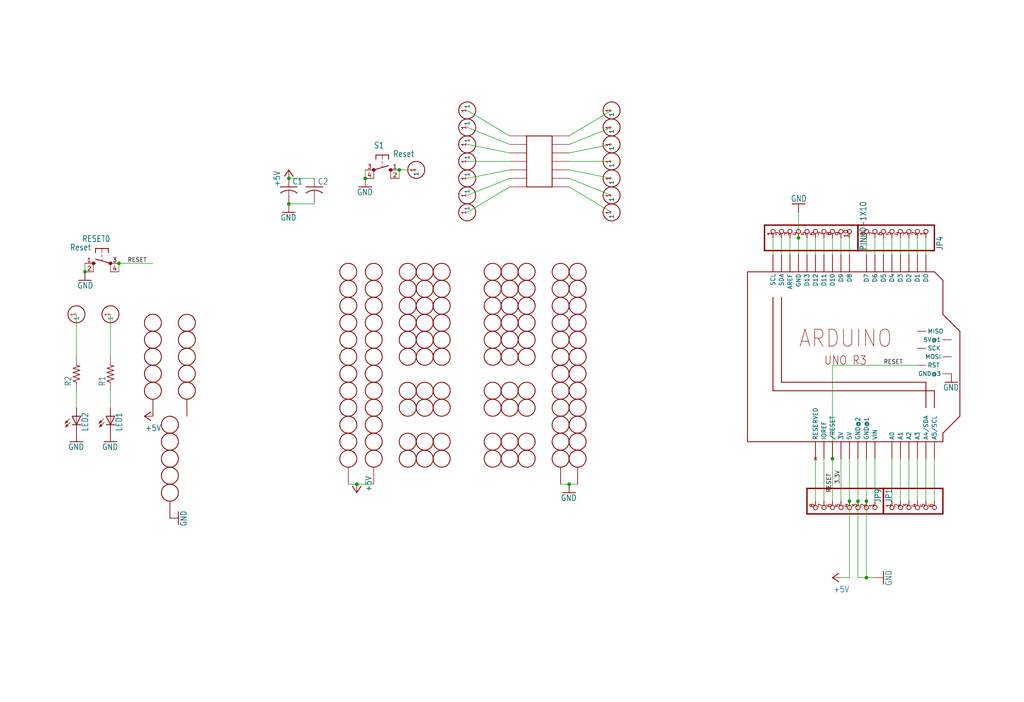
<source format=kicad_sch>
(kicad_sch (version 20230121) (generator eeschema)
  (paper "User" 306.222 210.007)
  (lib_symbols
    (symbol "working-eagle-import:+5V" (power)
      (property "Value" "+5V" (at -2.54 -5.08 90))
      (symbol "+5V_1_0"
        (polyline (pts (xy 0 0) (xy -1.27 -1.905)) (stroke (width 0.254)))
        (polyline (pts (xy 1.27 -1.905) (xy 0 0)) (stroke (width 0.254)))
        (pin power_in line (at 0 -2.54 90) (length 2.54) (name "+5V") (number "1"))
      )
    )
    (symbol "working-eagle-import:10-XX"
      (property "Reference" "S" (at -6.35 -2.54 90))
      (symbol "10-XX_1_0"
        (circle (center 0 -2.54) (radius 0.127) (stroke (width 0.4064)))
        (polyline (pts (xy -4.445 -1.905) (xy -3.175 -1.905)) (stroke (width 0.254)))
        (polyline (pts (xy -4.445 0) (xy -4.445 -1.905)) (stroke (width 0.254)))
        (polyline (pts (xy -4.445 0) (xy -3.175 0)) (stroke (width 0.1524)))
        (polyline (pts (xy -4.445 1.905) (xy -4.445 0)) (stroke (width 0.254)))
        (polyline (pts (xy -4.445 1.905) (xy -3.175 1.905)) (stroke (width 0.254)))
        (polyline (pts (xy -2.54 0) (xy -1.905 0)) (stroke (width 0.1524)))
        (polyline (pts (xy -1.27 0) (xy -0.635 0)) (stroke (width 0.1524)))
        (polyline (pts (xy 0 -2.54) (xy -1.27 1.905)) (stroke (width 0.254)))
        (polyline (pts (xy 0 1.905) (xy 0 2.54)) (stroke (width 0.254)))
        (polyline (pts (xy 2.54 -2.54) (xy 0 -2.54)) (stroke (width 0.1524)))
        (polyline (pts (xy 2.54 2.54) (xy 0 2.54)) (stroke (width 0.1524)))
        (circle (center 0 2.54) (radius 0.127) (stroke (width 0.4064)))
        (pin passive line (at 0 5.08 270) (length 2.54) (name "S") (number "1"))
        (pin passive line (at 2.54 5.08 270) (length 2.54) (name "S1") (number "2"))
        (pin passive line (at 0 -5.08 90) (length 2.54) (name "P") (number "3"))
        (pin passive line (at 2.54 -5.08 90) (length 2.54) (name "P1") (number "4"))
      )
    )
    (symbol "working-eagle-import:12-STRIP"
      (symbol "12-STRIP_1_0"
        (circle (center -25.4 0) (radius 2.54) (stroke (width 0.254)))
        (circle (center -20.32 0) (radius 2.54) (stroke (width 0.254)))
        (circle (center -15.24 0) (radius 2.54) (stroke (width 0.254)))
        (circle (center -10.16 0) (radius 2.54) (stroke (width 0.254)))
        (circle (center -5.08 0) (radius 2.54) (stroke (width 0.254)))
        (circle (center 0 0) (radius 2.54) (stroke (width 0.254)))
        (circle (center 5.08 0) (radius 2.54) (stroke (width 0.254)))
        (circle (center 10.16 0) (radius 2.54) (stroke (width 0.254)))
        (circle (center 15.24 0) (radius 2.54) (stroke (width 0.254)))
        (circle (center 20.32 0) (radius 2.54) (stroke (width 0.254)))
        (circle (center 25.4 0) (radius 2.54) (stroke (width 0.254)))
        (circle (center 30.48 0) (radius 2.54) (stroke (width 0.254)))
        (pin bidirectional line (at -33.02 0 0) (length 5.08) (name "P$1") (number "P$1"))
      )
    )
    (symbol "working-eagle-import:3-STRIP"
      (symbol "3-STRIP_1_0"
        (circle (center -5.08 0) (radius 2.54) (stroke (width 0.254)))
        (circle (center 0 0) (radius 2.54) (stroke (width 0.254)))
        (circle (center 5.08 0) (radius 2.54) (stroke (width 0.254)))
      )
    )
    (symbol "working-eagle-import:5-STRIP"
      (symbol "5-STRIP_1_0"
        (circle (center 0 0) (radius 2.54) (stroke (width 0.254)))
        (circle (center 5.08 0) (radius 2.54) (stroke (width 0.254)))
        (circle (center 10.16 0) (radius 2.54) (stroke (width 0.254)))
        (circle (center 15.24 0) (radius 2.54) (stroke (width 0.254)))
        (circle (center 20.32 0) (radius 2.54) (stroke (width 0.254)))
        (pin bidirectional line (at -7.62 0 0) (length 5.08) (name "P$1") (number "P$3"))
      )
    )
    (symbol "working-eagle-import:ARDUINO_R3_ICSP"
      (symbol "ARDUINO_R3_ICSP_1_0"
        (polyline (pts (xy 0 0) (xy 58.42 0)) (stroke (width 0.254)))
        (polyline (pts (xy 0 50.8) (xy 0 0)) (stroke (width 0.254)))
        (polyline (pts (xy 7.62 15.24) (xy 55.88 15.24)) (stroke (width 0.254)))
        (polyline (pts (xy 7.62 43.18) (xy 7.62 15.24)) (stroke (width 0.254)))
        (polyline (pts (xy 10.16 17.78) (xy 53.34 17.78)) (stroke (width 0.254)))
        (polyline (pts (xy 10.16 43.18) (xy 10.16 17.78)) (stroke (width 0.254)))
        (polyline (pts (xy 53.34 17.78) (xy 53.34 10.16)) (stroke (width 0.254)))
        (polyline (pts (xy 55.88 15.24) (xy 55.88 10.16)) (stroke (width 0.254)))
        (polyline (pts (xy 55.88 50.8) (xy 0 50.8)) (stroke (width 0.254)))
        (polyline (pts (xy 58.42 0) (xy 58.42 2.54)) (stroke (width 0.254)))
        (polyline (pts (xy 58.42 2.54) (xy 63.5 7.62)) (stroke (width 0.254)))
        (polyline (pts (xy 58.42 38.1) (xy 58.42 48.26)) (stroke (width 0.254)))
        (polyline (pts (xy 58.42 48.26) (xy 55.88 50.8)) (stroke (width 0.254)))
        (polyline (pts (xy 63.5 7.62) (xy 63.5 33.02)) (stroke (width 0.254)))
        (polyline (pts (xy 63.5 33.02) (xy 58.42 38.1)) (stroke (width 0.254)))
        (text "ARDUINO" (at 15.24 27.94 0) (effects (font (size 5.08 4.318)) (justify left bottom)))
        (text "UNO R3" (at 22.86 22.86 0) (effects (font (size 2.54 2.159)) (justify left bottom)))
        (pin power_in line (at 27.94 -5.08 90) (length 5.08) (name "3V") (number "3V"))
        (pin power_in line (at 30.48 -5.08 90) (length 5.08) (name "5V") (number "5V"))
        (pin passive line (at 60.96 30.48 180) (length 2.54) (name "5V@1") (number "5V_ICSP"))
        (pin bidirectional line (at 43.18 -5.08 90) (length 5.08) (name "A0") (number "A0"))
        (pin bidirectional line (at 45.72 -5.08 90) (length 5.08) (name "A1") (number "A1"))
        (pin bidirectional line (at 48.26 -5.08 90) (length 5.08) (name "A2") (number "A2"))
        (pin bidirectional line (at 50.8 -5.08 90) (length 5.08) (name "A3") (number "A3"))
        (pin bidirectional line (at 53.34 -5.08 90) (length 5.08) (name "A4/SDA") (number "A4"))
        (pin bidirectional line (at 55.88 -5.08 90) (length 5.08) (name "A5/SCL") (number "A5"))
        (pin bidirectional line (at 12.7 55.88 270) (length 5.08) (name "AREF") (number "AREF"))
        (pin bidirectional line (at 53.34 55.88 270) (length 5.08) (name "D0") (number "D0"))
        (pin bidirectional line (at 50.8 55.88 270) (length 5.08) (name "D1") (number "D1"))
        (pin bidirectional line (at 25.4 55.88 270) (length 5.08) (name "D10") (number "D10"))
        (pin bidirectional line (at 22.86 55.88 270) (length 5.08) (name "D11") (number "D11"))
        (pin bidirectional line (at 20.32 55.88 270) (length 5.08) (name "D12") (number "D12"))
        (pin bidirectional line (at 17.78 55.88 270) (length 5.08) (name "D13") (number "D13"))
        (pin bidirectional line (at 48.26 55.88 270) (length 5.08) (name "D2") (number "D2"))
        (pin bidirectional line (at 45.72 55.88 270) (length 5.08) (name "D3") (number "D3"))
        (pin bidirectional line (at 43.18 55.88 270) (length 5.08) (name "D4") (number "D4"))
        (pin bidirectional line (at 40.64 55.88 270) (length 5.08) (name "D5") (number "D5"))
        (pin bidirectional line (at 38.1 55.88 270) (length 5.08) (name "D6") (number "D6"))
        (pin bidirectional line (at 35.56 55.88 270) (length 5.08) (name "D7") (number "D7"))
        (pin bidirectional line (at 30.48 55.88 270) (length 5.08) (name "D8") (number "D8"))
        (pin bidirectional line (at 27.94 55.88 270) (length 5.08) (name "D9") (number "D9"))
        (pin power_in line (at 15.24 55.88 270) (length 5.08) (name "GND") (number "GND"))
        (pin power_in line (at 33.02 -5.08 90) (length 5.08) (name "GND@2") (number "GND@1"))
        (pin passive line (at 60.96 20.32 180) (length 2.54) (name "GND@3") (number "GND@2"))
        (pin power_in line (at 35.56 -5.08 90) (length 5.08) (name "GND@1") (number "GND@3"))
        (pin output line (at 22.86 -5.08 90) (length 5.08) (name "IOREF") (number "IOREF"))
        (pin passive line (at 50.8 33.02 0) (length 2.54) (name "MISO") (number "MISO"))
        (pin passive line (at 60.96 25.4 180) (length 2.54) (name "MOSI") (number "MOSI"))
        (pin no_connect line (at 20.32 -5.08 90) (length 5.08) (name "RESERVED") (number "RESERVED"))
        (pin bidirectional line (at 25.4 -5.08 90) (length 5.08) (name "/RESET") (number "RESET"))
        (pin passive line (at 50.8 22.86 0) (length 2.54) (name "RST") (number "RESET_ICSP"))
        (pin passive line (at 50.8 27.94 0) (length 2.54) (name "SCK") (number "SCK"))
        (pin bidirectional line (at 7.62 55.88 270) (length 5.08) (name "SCL") (number "SCL"))
        (pin bidirectional line (at 10.16 55.88 270) (length 5.08) (name "SDA") (number "SDA"))
        (pin power_in line (at 38.1 -5.08 90) (length 5.08) (name "VIN") (number "VIN"))
      )
    )
    (symbol "working-eagle-import:C-US025-025X050"
      (property "Reference" "C" (at 1.016 0.635 0))
      (symbol "C-US025-025X050_1_0"
        (arc (start 0 -1.0161) (mid -1.302 -1.2303) (end -2.4668 -1.8504) (stroke (width 0.254)))
        (polyline (pts (xy -2.54 0) (xy 2.54 0)) (stroke (width 0.254)))
        (polyline (pts (xy 0 -1.016) (xy 0 -2.54)) (stroke (width 0.1524)))
        (arc (start 2.4892 -1.8541) (mid 1.3158 -1.2194) (end 0 -1) (stroke (width 0.254)))
        (pin passive line (at 0 2.54 270) (length 2.54) (name "1") (number "1"))
        (pin passive line (at 0 -5.08 90) (length 2.54) (name "2") (number "2"))
      )
    )
    (symbol "working-eagle-import:GND" (power)
      (property "Value" "GND" (at -2.54 -2.54 0))
      (symbol "GND_1_0"
        (polyline (pts (xy -1.905 0) (xy 1.905 0)) (stroke (width 0.254)))
        (pin power_in line (at 0 2.54 270) (length 2.54) (name "GND") (number "1"))
      )
    )
    (symbol "working-eagle-import:LED3MM"
      (property "Reference" "LED" (at 3.556 -4.572 90))
      (symbol "LED3MM_1_0"
        (polyline (pts (xy -2.032 -0.762) (xy -3.429 -2.159)) (stroke (width 0.1524)))
        (polyline (pts (xy -1.905 -1.905) (xy -3.302 -3.302)) (stroke (width 0.1524)))
        (polyline (pts (xy 0 -2.54) (xy -1.27 -2.54)) (stroke (width 0.254)))
        (polyline (pts (xy 0 -2.54) (xy -1.27 0)) (stroke (width 0.254)))
        (polyline (pts (xy 0 0) (xy -1.27 0)) (stroke (width 0.254)))
        (polyline (pts (xy 0 0) (xy 0 -2.54)) (stroke (width 0.1524)))
        (polyline (pts (xy 1.27 -2.54) (xy 0 -2.54)) (stroke (width 0.254)))
        (polyline (pts (xy 1.27 0) (xy 0 -2.54)) (stroke (width 0.254)))
        (polyline (pts (xy 1.27 0) (xy 0 0)) (stroke (width 0.254)))
        (polyline (pts (xy -3.429 -2.159) (xy -3.048 -1.27) (xy -2.54 -1.778)) (stroke (width 0.1524)) (fill (type outline)))
        (polyline (pts (xy -3.302 -3.302) (xy -2.921 -2.413) (xy -2.413 -2.921)) (stroke (width 0.1524)) (fill (type outline)))
        (pin passive line (at 0 2.54 270) (length 2.54) (name "A") (number "A"))
        (pin passive line (at 0 -5.08 90) (length 2.54) (name "C") (number "K"))
      )
    )
    (symbol "working-eagle-import:PERFHOLE"
      (symbol "PERFHOLE_1_0"
        (circle (center 0 0) (radius 2.54) (stroke (width 0.254)))
        (pin bidirectional line (at 0 0 0) (length 0) (name "1") (number "1"))
      )
    )
    (symbol "working-eagle-import:PINHD-1X10"
      (symbol "PINHD-1X10_1_0"
        (polyline (pts (xy -6.35 -15.24) (xy 1.27 -15.24)) (stroke (width 0.4064)))
        (polyline (pts (xy -6.35 12.7) (xy -6.35 -15.24)) (stroke (width 0.4064)))
        (polyline (pts (xy 1.27 -15.24) (xy 1.27 12.7)) (stroke (width 0.4064)))
        (polyline (pts (xy 1.27 12.7) (xy -6.35 12.7)) (stroke (width 0.4064)))
        (pin passive inverted (at -2.54 10.16 0) (length 2.54) (name "1") (number "1"))
        (pin passive inverted (at -2.54 -12.7 0) (length 2.54) (name "10") (number "10"))
        (pin passive inverted (at -2.54 7.62 0) (length 2.54) (name "2") (number "2"))
        (pin passive inverted (at -2.54 5.08 0) (length 2.54) (name "3") (number "3"))
        (pin passive inverted (at -2.54 2.54 0) (length 2.54) (name "4") (number "4"))
        (pin passive inverted (at -2.54 0 0) (length 2.54) (name "5") (number "5"))
        (pin passive inverted (at -2.54 -2.54 0) (length 2.54) (name "6") (number "6"))
        (pin passive inverted (at -2.54 -5.08 0) (length 2.54) (name "7") (number "7"))
        (pin passive inverted (at -2.54 -7.62 0) (length 2.54) (name "8") (number "8"))
        (pin passive inverted (at -2.54 -10.16 0) (length 2.54) (name "9") (number "9"))
      )
    )
    (symbol "working-eagle-import:PINHD-1X6B"
      (property "Reference" "JP" (at -6.35 10.795 0))
      (symbol "PINHD-1X6B_1_0"
        (polyline (pts (xy -6.35 -7.62) (xy 1.27 -7.62)) (stroke (width 0.4064)))
        (polyline (pts (xy -6.35 10.16) (xy -6.35 -7.62)) (stroke (width 0.4064)))
        (polyline (pts (xy 1.27 -7.62) (xy 1.27 10.16)) (stroke (width 0.4064)))
        (polyline (pts (xy 1.27 10.16) (xy -6.35 10.16)) (stroke (width 0.4064)))
        (pin passive inverted (at -2.54 7.62 0) (length 2.54) (name "1") (number "1"))
        (pin passive inverted (at -2.54 5.08 0) (length 2.54) (name "2") (number "2"))
        (pin passive inverted (at -2.54 2.54 0) (length 2.54) (name "3") (number "3"))
        (pin passive inverted (at -2.54 0 0) (length 2.54) (name "4") (number "4"))
        (pin passive inverted (at -2.54 -2.54 0) (length 2.54) (name "5") (number "5"))
        (pin passive inverted (at -2.54 -5.08 0) (length 2.54) (name "6") (number "6"))
      )
    )
    (symbol "working-eagle-import:PINHD-1X8BIG"
      (property "Reference" "JP" (at -6.35 10.795 0))
      (symbol "PINHD-1X8BIG_1_0"
        (polyline (pts (xy -6.35 -12.7) (xy 1.27 -12.7)) (stroke (width 0.4064)))
        (polyline (pts (xy -6.35 10.16) (xy -6.35 -12.7)) (stroke (width 0.4064)))
        (polyline (pts (xy 1.27 -12.7) (xy 1.27 10.16)) (stroke (width 0.4064)))
        (polyline (pts (xy 1.27 10.16) (xy -6.35 10.16)) (stroke (width 0.4064)))
        (pin passive inverted (at -2.54 7.62 0) (length 2.54) (name "1") (number "1"))
        (pin passive inverted (at -2.54 5.08 0) (length 2.54) (name "2") (number "2"))
        (pin passive inverted (at -2.54 2.54 0) (length 2.54) (name "3") (number "3"))
        (pin passive inverted (at -2.54 0 0) (length 2.54) (name "4") (number "4"))
        (pin passive inverted (at -2.54 -2.54 0) (length 2.54) (name "5") (number "5"))
        (pin passive inverted (at -2.54 -5.08 0) (length 2.54) (name "6") (number "6"))
        (pin passive inverted (at -2.54 -7.62 0) (length 2.54) (name "7") (number "7"))
        (pin passive inverted (at -2.54 -10.16 0) (length 2.54) (name "8") (number "8"))
      )
    )
    (symbol "working-eagle-import:R-US_0207/5V"
      (property "Reference" "R" (at -3.81 1.4986 0))
      (symbol "R-US_0207/5V_1_0"
        (polyline (pts (xy -2.54 0) (xy -2.159 1.016)) (stroke (width 0.2032)))
        (polyline (pts (xy -2.159 1.016) (xy -1.524 -1.016)) (stroke (width 0.2032)))
        (polyline (pts (xy -1.524 -1.016) (xy -0.889 1.016)) (stroke (width 0.2032)))
        (polyline (pts (xy -0.889 1.016) (xy -0.254 -1.016)) (stroke (width 0.2032)))
        (polyline (pts (xy -0.254 -1.016) (xy 0.381 1.016)) (stroke (width 0.2032)))
        (polyline (pts (xy 0.381 1.016) (xy 1.016 -1.016)) (stroke (width 0.2032)))
        (polyline (pts (xy 1.016 -1.016) (xy 1.651 1.016)) (stroke (width 0.2032)))
        (polyline (pts (xy 1.651 1.016) (xy 2.286 -1.016)) (stroke (width 0.2032)))
        (polyline (pts (xy 2.286 -1.016) (xy 2.54 0)) (stroke (width 0.2032)))
        (pin passive line (at -5.08 0 0) (length 2.54) (name "1") (number "1"))
        (pin passive line (at 5.08 0 180) (length 2.54) (name "2") (number "2"))
      )
    )
    (symbol "working-eagle-import:SMD-14"
      (symbol "SMD-14_1_0"
        (polyline (pts (xy -2.54 -2.54) (xy -2.54 12.7)) (stroke (width 0.254)))
        (polyline (pts (xy -2.54 12.7) (xy 5.08 12.7)) (stroke (width 0.254)))
        (polyline (pts (xy 5.08 -2.54) (xy -2.54 -2.54)) (stroke (width 0.254)))
        (polyline (pts (xy 5.08 12.7) (xy 5.08 -2.54)) (stroke (width 0.254)))
        (pin bidirectional line (at -7.62 12.7 0) (length 5.08) (name "P$1") (number "P$1"))
        (pin bidirectional line (at 10.16 2.54 180) (length 5.08) (name "P$10") (number "P$10"))
        (pin bidirectional line (at 10.16 5.08 180) (length 5.08) (name "P$11") (number "P$11"))
        (pin bidirectional line (at 10.16 7.62 180) (length 5.08) (name "P$12") (number "P$12"))
        (pin bidirectional line (at 10.16 10.16 180) (length 5.08) (name "P$13") (number "P$13"))
        (pin bidirectional line (at 10.16 12.7 180) (length 5.08) (name "P$14") (number "P$14"))
        (pin bidirectional line (at -7.62 10.16 0) (length 5.08) (name "P$2") (number "P$2"))
        (pin bidirectional line (at -7.62 7.62 0) (length 5.08) (name "P$3") (number "P$3"))
        (pin bidirectional line (at -7.62 5.08 0) (length 5.08) (name "P$4") (number "P$4"))
        (pin bidirectional line (at -7.62 2.54 0) (length 5.08) (name "P$5") (number "P$5"))
        (pin bidirectional line (at -7.62 0 0) (length 5.08) (name "P$6") (number "P$6"))
        (pin bidirectional line (at -7.62 -2.54 0) (length 5.08) (name "P$7") (number "P$7"))
        (pin bidirectional line (at 10.16 -2.54 180) (length 5.08) (name "P$8") (number "P$8"))
        (pin bidirectional line (at 10.16 0 180) (length 5.08) (name "P$9") (number "P$9"))
      )
    )
    (symbol "working-eagle-import:protoshield_5-STRIP"
      (symbol "protoshield_5-STRIP_1_0"
        (circle (center 0 0) (radius 2.54) (stroke (width 0.254)))
        (circle (center 5.08 0) (radius 2.54) (stroke (width 0.254)))
        (circle (center 10.16 0) (radius 2.54) (stroke (width 0.254)))
        (circle (center 15.24 0) (radius 2.54) (stroke (width 0.254)))
        (circle (center 20.32 0) (radius 2.54) (stroke (width 0.254)))
        (pin bidirectional line (at -7.62 0 0) (length 5.08) (name "P$1") (number "P$3"))
      )
    )
  )
  (junction (at 109.22 53.34))
  (junction (at 259.08 172.72))
  (junction (at 106.68 144.78))
  (junction (at 238.76 71.12))
  (junction (at 86.36 53.34))
  (junction (at 248.92 137.16))
  (junction (at 86.36 60.96))
  (junction (at 256.54 149.86))
  (junction (at 119.38 50.8))
  (junction (at 254 149.86))
  (junction (at 259.08 149.86))
  (junction (at 35.56 78.74))
  (junction (at 25.4 81.28))
  (junction (at 170.18 144.78))
  (wire (pts (xy 152.4 55.88) (xy 139.7 63.5)) (stroke (width 0.1524)))
  (wire (pts (xy 271.78 71.12) (xy 271.78 76.2)) (stroke (width 0.1524)))
  (wire (pts (xy 243.84 137.16) (xy 243.84 149.86)) (stroke (width 0.1524)))
  (wire (pts (xy 261.62 137.16) (xy 261.62 149.86)) (stroke (width 0.1524)))
  (wire (pts (xy 152.4 48.26) (xy 139.7 48.26)) (stroke (width 0.1524)))
  (wire (pts (xy 231.14 71.12) (xy 231.14 76.2)) (stroke (width 0.1524)))
  (wire (pts (xy 276.86 71.12) (xy 276.86 76.2)) (stroke (width 0.1524)))
  (wire (pts (xy 33.02 106.68) (xy 33.02 93.98)) (stroke (width 0.1524)))
  (wire (pts (xy 22.86 116.84) (xy 22.86 121.92)) (stroke (width 0.1524)))
  (wire (pts (xy 236.22 71.12) (xy 236.22 76.2)) (stroke (width 0.1524)))
  (wire (pts (xy 274.32 109.22) (xy 248.92 109.22)) (stroke (width 0.1524)))
  (wire (pts (xy 170.18 53.34) (xy 182.88 58.42)) (stroke (width 0.1524)))
  (wire (pts (xy 106.68 144.78) (xy 111.76 144.78)) (stroke (width 0.1524)))
  (wire (pts (xy 238.76 71.12) (xy 238.76 76.2)) (stroke (width 0.1524)))
  (wire (pts (xy 246.38 71.12) (xy 246.38 76.2)) (stroke (width 0.1524)))
  (wire (pts (xy 259.08 137.16) (xy 259.08 149.86)) (stroke (width 0.1524)))
  (wire (pts (xy 276.86 149.86) (xy 276.86 137.16)) (stroke (width 0.1524)))
  (wire (pts (xy 256.54 149.86) (xy 256.54 172.72)) (stroke (width 0.1524)))
  (wire (pts (xy 152.4 53.34) (xy 139.7 58.42)) (stroke (width 0.1524)))
  (wire (pts (xy 152.4 43.18) (xy 139.7 38.1)) (stroke (width 0.1524)))
  (wire (pts (xy 256.54 137.16) (xy 256.54 149.86)) (stroke (width 0.1524)))
  (wire (pts (xy 170.18 144.78) (xy 167.64 144.78)) (stroke (width 0.1524)))
  (wire (pts (xy 93.98 53.34) (xy 86.36 53.34)) (stroke (width 0.1524)))
  (wire (pts (xy 124.46 50.8) (xy 119.38 50.8)) (stroke (width 0.1524)))
  (wire (pts (xy 109.22 50.8) (xy 109.22 53.34)) (stroke (width 0.1524)))
  (wire (pts (xy 259.08 172.72) (xy 261.62 172.72)) (stroke (width 0.1524)))
  (wire (pts (xy 266.7 149.86) (xy 266.7 137.16)) (stroke (width 0.1524)))
  (wire (pts (xy 243.84 71.12) (xy 243.84 76.2)) (stroke (width 0.1524)))
  (wire (pts (xy 104.14 144.78) (xy 106.68 144.78)) (stroke (width 0.1524)))
  (wire (pts (xy 269.24 71.12) (xy 269.24 76.2)) (stroke (width 0.1524)))
  (wire (pts (xy 279.4 149.86) (xy 279.4 137.16)) (stroke (width 0.1524)))
  (wire (pts (xy 152.4 50.8) (xy 139.7 53.34)) (stroke (width 0.1524)))
  (wire (pts (xy 119.38 50.8) (xy 119.38 53.34)) (stroke (width 0.1524)))
  (wire (pts (xy 274.32 149.86) (xy 274.32 137.16)) (stroke (width 0.1524)))
  (wire (pts (xy 254 172.72) (xy 254 149.86)) (stroke (width 0.1524)))
  (wire (pts (xy 33.02 116.84) (xy 33.02 121.92)) (stroke (width 0.1524)))
  (wire (pts (xy 238.76 71.12) (xy 238.76 63.5)) (stroke (width 0.1524)))
  (wire (pts (xy 266.7 71.12) (xy 266.7 76.2)) (stroke (width 0.1524)))
  (wire (pts (xy 93.98 60.96) (xy 86.36 60.96)) (stroke (width 0.1524)))
  (wire (pts (xy 152.4 40.64) (xy 139.7 33.02)) (stroke (width 0.1524)))
  (wire (pts (xy 170.18 45.72) (xy 182.88 43.18)) (stroke (width 0.1524)))
  (wire (pts (xy 35.56 81.28) (xy 35.56 78.74)) (stroke (width 0.1524)))
  (wire (pts (xy 248.92 109.22) (xy 248.92 137.16)) (stroke (width 0.1524)))
  (wire (pts (xy 233.68 71.12) (xy 233.68 76.2)) (stroke (width 0.1524)))
  (wire (pts (xy 254 149.86) (xy 254 137.16)) (stroke (width 0.1524)))
  (wire (pts (xy 261.62 71.12) (xy 261.62 76.2)) (stroke (width 0.1524)))
  (wire (pts (xy 251.46 172.72) (xy 254 172.72)) (stroke (width 0.1524)))
  (wire (pts (xy 264.16 71.12) (xy 264.16 76.2)) (stroke (width 0.1524)))
  (wire (pts (xy 170.18 40.64) (xy 182.88 33.02)) (stroke (width 0.1524)))
  (wire (pts (xy 170.18 50.8) (xy 182.88 53.34)) (stroke (width 0.1524)))
  (wire (pts (xy 274.32 71.12) (xy 274.32 76.2)) (stroke (width 0.1524)))
  (wire (pts (xy 170.18 48.26) (xy 182.88 48.26)) (stroke (width 0.1524)))
  (wire (pts (xy 35.56 78.74) (xy 45.72 78.74)) (stroke (width 0.1524)))
  (wire (pts (xy 251.46 71.12) (xy 251.46 76.2)) (stroke (width 0.1524)))
  (wire (pts (xy 251.46 137.16) (xy 251.46 149.86)) (stroke (width 0.1524)))
  (wire (pts (xy 170.18 43.18) (xy 182.88 38.1)) (stroke (width 0.1524)))
  (wire (pts (xy 241.3 71.12) (xy 241.3 76.2)) (stroke (width 0.1524)))
  (wire (pts (xy 248.92 149.86) (xy 248.92 137.16)) (stroke (width 0.1524)))
  (wire (pts (xy 254 71.12) (xy 254 76.2)) (stroke (width 0.1524)))
  (wire (pts (xy 170.18 55.88) (xy 182.88 63.5)) (stroke (width 0.1524)))
  (wire (pts (xy 25.4 78.74) (xy 25.4 81.28)) (stroke (width 0.1524)))
  (wire (pts (xy 259.08 71.12) (xy 259.08 76.2)) (stroke (width 0.1524)))
  (wire (pts (xy 259.08 149.86) (xy 259.08 172.72)) (stroke (width 0.1524)))
  (wire (pts (xy 22.86 93.98) (xy 22.86 106.68)) (stroke (width 0.1524)))
  (wire (pts (xy 246.38 149.86) (xy 246.38 137.16)) (stroke (width 0.1524)))
  (wire (pts (xy 172.72 144.78) (xy 170.18 144.78)) (stroke (width 0.1524)))
  (wire (pts (xy 152.4 45.72) (xy 139.7 43.18)) (stroke (width 0.1524)))
  (wire (pts (xy 256.54 172.72) (xy 259.08 172.72)) (stroke (width 0.1524)))
  (wire (pts (xy 271.78 149.86) (xy 271.78 137.16)) (stroke (width 0.1524)))
  (wire (pts (xy 269.24 149.86) (xy 269.24 137.16)) (stroke (width 0.1524)))
  (wire (pts (xy 248.92 71.12) (xy 248.92 76.2)) (stroke (width 0.1524)))
  (label "RESET" (at 264.16 109.22 0) (effects (font (size 1.2446 1.2446))))
  (label "RESET" (at 38.1 78.74 0) (effects (font (size 1.2446 1.2446))))
  (label "3.3V" (at 251.46 144.78 90) (effects (font (size 1.2446 1.2446))))
  (label "RESET" (at 248.92 147.32 90) (effects (font (size 1.2446 1.2446))))
  (symbol (lib_id "working-eagle-import:3-STRIP") (at 127 96.52 180) (unit 1)
    (property "Reference" "U$30" (effects hide))
    (property "Value" "3-STRIP" (effects hide))
    (property "Footprint" "working:3-STRIP" (effects hide))
  )
  (symbol (lib_id "working-eagle-import:GND") (at 238.76 60.96 180) (unit 1)
    (property "Reference" "#GND10" (effects hide))
    (property "Value" "GND" (at 241.3 58.42 0) (effects (font (size 1.778 1.5113)) (justify left bottom)))
  )
  (symbol (lib_id "working-eagle-import:PERFHOLE") (at 124.46 50.8 270) (unit 1)
    (property "Reference" "U$16" (effects hide))
    (property "Value" "PERFHOLE" (effects hide))
    (property "Footprint" "working:PERFHOLE" (effects hide))
  )
  (symbol (lib_id "working-eagle-import:LED3MM") (at 22.86 124.46 0) (unit 1)
    (property "Reference" "LED2" (at 26.416 129.032 90) (effects (font (size 1.778 1.5113)) (justify left bottom)))
    (property "Value" "LED3MM" (effects hide))
    (property "Footprint" "working:LED3MM" (effects hide))
  )
  (symbol (lib_id "working-eagle-import:GND") (at 25.4 83.82 0) (mirror y) (unit 1)
    (property "Reference" "#GND2" (effects hide))
    (property "Value" "GND" (at 27.94 86.36 0) (effects (font (size 1.778 1.5113)) (justify left bottom)))
  )
  (symbol (lib_id "working-eagle-import:PERFHOLE") (at 139.7 38.1 90) (unit 1)
    (property "Reference" "U$6" (effects hide))
    (property "Value" "PERFHOLE" (effects hide))
    (property "Footprint" "working:PERFHOLE" (effects hide))
  )
  (symbol (lib_id "working-eagle-import:3-STRIP") (at 152.4 86.36 180) (unit 1)
    (property "Reference" "U$11" (effects hide))
    (property "Value" "3-STRIP" (effects hide))
    (property "Footprint" "working:3-STRIP" (effects hide))
  )
  (symbol (lib_id "working-eagle-import:ARDUINO_R3_ICSP") (at 223.52 132.08 0) (unit 1)
    (property "Reference" "M1" (effects hide))
    (property "Value" "ARDUINO_R3_ICSP" (effects hide))
    (property "Footprint" "working:ARDUINOR3_ICSP" (effects hide))
  )
  (symbol (lib_id "working-eagle-import:R-US_0207/5V") (at 33.02 111.76 90) (unit 1)
    (property "Reference" "R1" (at 31.5214 115.57 0) (effects (font (size 1.778 1.5113)) (justify left bottom)))
    (property "Value" "R-US_0207/5V" (effects hide))
    (property "Footprint" "working:0207_5V" (effects hide))
  )
  (symbol (lib_id "working-eagle-import:PINHD-1X6B") (at 274.32 152.4 90) (mirror x) (unit 1)
    (property "Reference" "JP9" (at 263.525 146.05 0) (effects (font (size 1.778 1.5113)) (justify left bottom)))
    (property "Value" "PINHD-1X6B" (effects hide))
    (property "Footprint" "working:1X06-BIG" (effects hide))
  )
  (symbol (lib_id "working-eagle-import:12-STRIP") (at 167.64 111.76 90) (unit 1)
    (property "Reference" "GNDSTRIP2" (effects hide))
    (property "Value" "12-STRIP" (effects hide))
    (property "Footprint" "working:12-STRIP" (effects hide))
  )
  (symbol (lib_id "working-eagle-import:SMD-14") (at 160.02 53.34 0) (unit 1)
    (property "Reference" "IC1" (effects hide))
    (property "Value" "SMD-14" (effects hide))
    (property "Footprint" "working:SO-14NMW" (effects hide))
  )
  (symbol (lib_id "working-eagle-import:PERFHOLE") (at 182.88 48.26 270) (unit 1)
    (property "Reference" "U$38" (effects hide))
    (property "Value" "PERFHOLE" (effects hide))
    (property "Footprint" "working:PERFHOLE" (effects hide))
  )
  (symbol (lib_id "working-eagle-import:3-STRIP") (at 152.4 96.52 180) (unit 1)
    (property "Reference" "U$13" (effects hide))
    (property "Value" "3-STRIP" (effects hide))
    (property "Footprint" "working:3-STRIP" (effects hide))
  )
  (symbol (lib_id "working-eagle-import:+5V") (at 106.68 147.32 180) (unit 1)
    (property "Reference" "#P+2" (effects hide))
    (property "Value" "+5V" (at 109.22 142.24 90) (effects (font (size 1.778 1.5113)) (justify left bottom)))
  )
  (symbol (lib_id "working-eagle-import:PERFHOLE") (at 182.88 63.5 270) (unit 1)
    (property "Reference" "U$34" (effects hide))
    (property "Value" "PERFHOLE" (effects hide))
    (property "Footprint" "working:PERFHOLE" (effects hide))
  )
  (symbol (lib_id "working-eagle-import:PERFHOLE") (at 182.88 43.18 270) (unit 1)
    (property "Reference" "U$39" (effects hide))
    (property "Value" "PERFHOLE" (effects hide))
    (property "Footprint" "working:PERFHOLE" (effects hide))
  )
  (symbol (lib_id "working-eagle-import:PERFHOLE") (at 139.7 48.26 90) (unit 1)
    (property "Reference" "U$9" (effects hide))
    (property "Value" "PERFHOLE" (effects hide))
    (property "Footprint" "working:PERFHOLE" (effects hide))
  )
  (symbol (lib_id "working-eagle-import:PERFHOLE") (at 139.7 63.5 90) (unit 1)
    (property "Reference" "U$27" (effects hide))
    (property "Value" "PERFHOLE" (effects hide))
    (property "Footprint" "working:PERFHOLE" (effects hide))
  )
  (symbol (lib_id "working-eagle-import:3-STRIP") (at 152.4 121.92 180) (unit 1)
    (property "Reference" "U$18" (effects hide))
    (property "Value" "3-STRIP" (effects hide))
    (property "Footprint" "working:3-STRIP" (effects hide))
  )
  (symbol (lib_id "working-eagle-import:C-US025-025X050") (at 86.36 55.88 0) (unit 1)
    (property "Reference" "C1" (at 87.376 55.245 0) (effects (font (size 1.778 1.5113)) (justify left bottom)))
    (property "Value" "C-US025-025X050" (effects hide))
    (property "Footprint" "working:C025-025X050" (effects hide))
  )
  (symbol (lib_id "working-eagle-import:10-XX") (at 30.48 78.74 90) (mirror x) (unit 1)
    (property "Reference" "RESET0" (at 33.02 72.39 90) (effects (font (size 1.778 1.5113)) (justify left bottom)))
    (property "Value" "Reset" (at 27.305 74.93 90) (effects (font (size 1.778 1.5113)) (justify left bottom)))
    (property "Footprint" "working:B3F-10XX" (effects hide))
  )
  (symbol (lib_id "working-eagle-import:3-STRIP") (at 127 121.92 180) (unit 1)
    (property "Reference" "U$5" (effects hide))
    (property "Value" "3-STRIP" (effects hide))
    (property "Footprint" "working:3-STRIP" (effects hide))
  )
  (symbol (lib_id "working-eagle-import:3-STRIP") (at 127 81.28 180) (unit 1)
    (property "Reference" "U$33" (effects hide))
    (property "Value" "3-STRIP" (effects hide))
    (property "Footprint" "working:3-STRIP" (effects hide))
  )
  (symbol (lib_id "working-eagle-import:PERFHOLE") (at 139.7 53.34 90) (unit 1)
    (property "Reference" "U$19" (effects hide))
    (property "Value" "PERFHOLE" (effects hide))
    (property "Footprint" "working:PERFHOLE" (effects hide))
  )
  (symbol (lib_id "working-eagle-import:3-STRIP") (at 127 106.68 180) (unit 1)
    (property "Reference" "U$28" (effects hide))
    (property "Value" "3-STRIP" (effects hide))
    (property "Footprint" "working:3-STRIP" (effects hide))
  )
  (symbol (lib_id "working-eagle-import:3-STRIP") (at 152.4 132.08 180) (unit 1)
    (property "Reference" "U$20" (effects hide))
    (property "Value" "3-STRIP" (effects hide))
    (property "Footprint" "working:3-STRIP" (effects hide))
  )
  (symbol (lib_id "working-eagle-import:PERFHOLE") (at 182.88 33.02 270) (unit 1)
    (property "Reference" "U$41" (effects hide))
    (property "Value" "PERFHOLE" (effects hide))
    (property "Footprint" "working:PERFHOLE" (effects hide))
  )
  (symbol (lib_id "working-eagle-import:10-XX") (at 114.3 50.8 270) (unit 1)
    (property "Reference" "S1" (at 111.76 44.45 90) (effects (font (size 1.778 1.5113)) (justify left bottom)))
    (property "Value" "Reset" (at 117.475 46.99 90) (effects (font (size 1.778 1.5113)) (justify left bottom)))
    (property "Footprint" "working:B3F-10XX" (effects hide))
  )
  (symbol (lib_id "working-eagle-import:12-STRIP") (at 104.14 111.76 90) (unit 1)
    (property "Reference" "VCCSTRIP1" (effects hide))
    (property "Value" "12-STRIP" (effects hide))
    (property "Footprint" "working:12-STRIP" (effects hide))
  )
  (symbol (lib_id "working-eagle-import:3-STRIP") (at 152.4 137.16 180) (unit 1)
    (property "Reference" "U$21" (effects hide))
    (property "Value" "3-STRIP" (effects hide))
    (property "Footprint" "working:3-STRIP" (effects hide))
  )
  (symbol (lib_id "working-eagle-import:protoshield_5-STRIP") (at 55.88 116.84 90) (unit 1)
    (property "Reference" "U$3" (effects hide))
    (property "Value" "5-STRIP" (effects hide))
    (property "Footprint" "working:5-STRIP" (effects hide))
  )
  (symbol (lib_id "working-eagle-import:3-STRIP") (at 127 132.08 180) (unit 1)
    (property "Reference" "U$23" (effects hide))
    (property "Value" "3-STRIP" (effects hide))
    (property "Footprint" "working:3-STRIP" (effects hide))
  )
  (symbol (lib_id "working-eagle-import:3-STRIP") (at 152.4 106.68 180) (unit 1)
    (property "Reference" "U$15" (effects hide))
    (property "Value" "3-STRIP" (effects hide))
    (property "Footprint" "working:3-STRIP" (effects hide))
  )
  (symbol (lib_id "working-eagle-import:GND") (at 170.18 147.32 0) (unit 1)
    (property "Reference" "#GND7" (effects hide))
    (property "Value" "GND" (at 167.64 149.86 0) (effects (font (size 1.778 1.5113)) (justify left bottom)))
  )
  (symbol (lib_id "working-eagle-import:3-STRIP") (at 152.4 81.28 180) (unit 1)
    (property "Reference" "U$10" (effects hide))
    (property "Value" "3-STRIP" (effects hide))
    (property "Footprint" "working:3-STRIP" (effects hide))
  )
  (symbol (lib_id "working-eagle-import:3-STRIP") (at 152.4 91.44 180) (unit 1)
    (property "Reference" "U$12" (effects hide))
    (property "Value" "3-STRIP" (effects hide))
    (property "Footprint" "working:3-STRIP" (effects hide))
  )
  (symbol (lib_id "working-eagle-import:+5V") (at 43.18 124.46 90) (unit 1)
    (property "Reference" "#P+5" (effects hide))
    (property "Value" "+5V" (at 48.26 127 90) (effects (font (size 1.778 1.5113)) (justify left bottom)))
  )
  (symbol (lib_id "working-eagle-import:R-US_0207/5V") (at 22.86 111.76 90) (unit 1)
    (property "Reference" "R2" (at 21.3614 115.57 0) (effects (font (size 1.778 1.5113)) (justify left bottom)))
    (property "Value" "R-US_0207/5V" (effects hide))
    (property "Footprint" "working:0207_5V" (effects hide))
  )
  (symbol (lib_id "working-eagle-import:3-STRIP") (at 127 91.44 180) (unit 1)
    (property "Reference" "U$31" (effects hide))
    (property "Value" "3-STRIP" (effects hide))
    (property "Footprint" "working:3-STRIP" (effects hide))
  )
  (symbol (lib_id "working-eagle-import:GND") (at 284.48 114.3 0) (unit 1)
    (property "Reference" "#GND3" (effects hide))
    (property "Value" "GND" (at 281.94 116.84 0) (effects (font (size 1.778 1.5113)) (justify left bottom)))
  )
  (symbol (lib_id "working-eagle-import:PINHD-1X8BIG") (at 254 152.4 270) (unit 1)
    (property "Reference" "JP1" (at 264.795 146.05 0) (effects (font (size 1.778 1.5113)) (justify left bottom)))
    (property "Value" "PINHD-1X8BIG" (effects hide))
    (property "Footprint" "working:1X08-BIG" (effects hide))
  )
  (symbol (lib_id "working-eagle-import:3-STRIP") (at 152.4 101.6 180) (unit 1)
    (property "Reference" "U$14" (effects hide))
    (property "Value" "3-STRIP" (effects hide))
    (property "Footprint" "working:3-STRIP" (effects hide))
  )
  (symbol (lib_id "working-eagle-import:GND") (at 109.22 55.88 0) (unit 1)
    (property "Reference" "#GND6" (effects hide))
    (property "Value" "GND" (at 106.68 58.42 0) (effects (font (size 1.778 1.5113)) (justify left bottom)))
  )
  (symbol (lib_id "working-eagle-import:+5V") (at 248.92 172.72 90) (unit 1)
    (property "Reference" "#P+1" (effects hide))
    (property "Value" "+5V" (at 254 175.26 90) (effects (font (size 1.778 1.5113)) (justify left bottom)))
  )
  (symbol (lib_id "working-eagle-import:PERFHOLE") (at 139.7 33.02 90) (unit 1)
    (property "Reference" "U$2" (effects hide))
    (property "Value" "PERFHOLE" (effects hide))
    (property "Footprint" "working:PERFHOLE" (effects hide))
  )
  (symbol (lib_id "working-eagle-import:3-STRIP") (at 127 101.6 180) (unit 1)
    (property "Reference" "U$29" (effects hide))
    (property "Value" "3-STRIP" (effects hide))
    (property "Footprint" "working:3-STRIP" (effects hide))
  )
  (symbol (lib_id "working-eagle-import:5-STRIP") (at 45.72 116.84 90) (unit 1)
    (property "Reference" "U$24" (effects hide))
    (property "Value" "5-STRIP" (effects hide))
    (property "Footprint" "working:5-STRIP" (effects hide))
  )
  (symbol (lib_id "working-eagle-import:5-STRIP") (at 50.8 147.32 90) (unit 1)
    (property "Reference" "U$43" (effects hide))
    (property "Value" "5-STRIP" (effects hide))
    (property "Footprint" "working:5-STRIP" (effects hide))
  )
  (symbol (lib_id "working-eagle-import:PINHD-1X8BIG") (at 269.24 68.58 270) (mirror x) (unit 1)
    (property "Reference" "JP4" (at 280.035 74.93 0) (effects (font (size 1.778 1.5113)) (justify left bottom)))
    (property "Value" "PINHD-1X8BIG" (effects hide))
    (property "Footprint" "working:1X08-BIG" (effects hide))
  )
  (symbol (lib_id "working-eagle-import:GND") (at 22.86 132.08 0) (unit 1)
    (property "Reference" "#GND5" (effects hide))
    (property "Value" "GND" (at 20.32 134.62 0) (effects (font (size 1.778 1.5113)) (justify left bottom)))
  )
  (symbol (lib_id "working-eagle-import:12-STRIP") (at 111.76 111.76 90) (unit 1)
    (property "Reference" "VCCSTRIP2" (effects hide))
    (property "Value" "12-STRIP" (effects hide))
    (property "Footprint" "working:12-STRIP" (effects hide))
  )
  (symbol (lib_id "working-eagle-import:PERFHOLE") (at 139.7 58.42 90) (unit 1)
    (property "Reference" "U$25" (effects hide))
    (property "Value" "PERFHOLE" (effects hide))
    (property "Footprint" "working:PERFHOLE" (effects hide))
  )
  (symbol (lib_id "working-eagle-import:3-STRIP") (at 127 116.84 180) (unit 1)
    (property "Reference" "U$26" (effects hide))
    (property "Value" "3-STRIP" (effects hide))
    (property "Footprint" "working:3-STRIP" (effects hide))
  )
  (symbol (lib_id "working-eagle-import:12-STRIP") (at 172.72 111.76 90) (unit 1)
    (property "Reference" "GNDSTRIP1" (effects hide))
    (property "Value" "12-STRIP" (effects hide))
    (property "Footprint" "working:12-STRIP" (effects hide))
  )
  (symbol (lib_id "working-eagle-import:C-US025-025X050") (at 93.98 55.88 0) (unit 1)
    (property "Reference" "C2" (at 94.996 55.245 0) (effects (font (size 1.778 1.5113)) (justify left bottom)))
    (property "Value" "C-US025-025X050" (effects hide))
    (property "Footprint" "working:C025-025X050" (effects hide))
  )
  (symbol (lib_id "working-eagle-import:PERFHOLE") (at 182.88 58.42 270) (unit 1)
    (property "Reference" "U$35" (effects hide))
    (property "Value" "PERFHOLE" (effects hide))
    (property "Footprint" "working:PERFHOLE" (effects hide))
  )
  (symbol (lib_id "working-eagle-import:GND") (at 53.34 154.94 90) (unit 1)
    (property "Reference" "#GND9" (effects hide))
    (property "Value" "GND" (at 55.88 157.48 0) (effects (font (size 1.778 1.5113)) (justify left bottom)))
  )
  (symbol (lib_id "working-eagle-import:3-STRIP") (at 127 137.16 180) (unit 1)
    (property "Reference" "U$22" (effects hide))
    (property "Value" "3-STRIP" (effects hide))
    (property "Footprint" "working:3-STRIP" (effects hide))
  )
  (symbol (lib_id "working-eagle-import:3-STRIP") (at 127 86.36 180) (unit 1)
    (property "Reference" "U$32" (effects hide))
    (property "Value" "3-STRIP" (effects hide))
    (property "Footprint" "working:3-STRIP" (effects hide))
  )
  (symbol (lib_id "working-eagle-import:GND") (at 33.02 132.08 0) (unit 1)
    (property "Reference" "#GND4" (effects hide))
    (property "Value" "GND" (at 30.48 134.62 0) (effects (font (size 1.778 1.5113)) (justify left bottom)))
  )
  (symbol (lib_id "working-eagle-import:GND") (at 264.16 172.72 90) (unit 1)
    (property "Reference" "#GND1" (effects hide))
    (property "Value" "GND" (at 266.7 175.26 0) (effects (font (size 1.778 1.5113)) (justify left bottom)))
  )
  (symbol (lib_id "working-eagle-import:PERFHOLE") (at 22.86 93.98 270) (unit 1)
    (property "Reference" "U$4" (effects hide))
    (property "Value" "PERFHOLE" (effects hide))
    (property "Footprint" "working:PERFHOLE" (effects hide))
  )
  (symbol (lib_id "working-eagle-import:PERFHOLE") (at 139.7 43.18 90) (unit 1)
    (property "Reference" "U$8" (effects hide))
    (property "Value" "PERFHOLE" (effects hide))
    (property "Footprint" "working:PERFHOLE" (effects hide))
  )
  (symbol (lib_id "working-eagle-import:PINHD-1X10") (at 241.3 68.58 90) (unit 1)
    (property "Reference" "U$1" (effects hide))
    (property "Value" "PINHD-1X10" (at 259.08 74.93 0) (effects (font (size 1.778 1.5113)) (justify left bottom)))
    (property "Footprint" "working:1X10-BIG" (effects hide))
  )
  (symbol (lib_id "working-eagle-import:+5V") (at 86.36 50.8 0) (unit 1)
    (property "Reference" "#P+4" (effects hide))
    (property "Value" "+5V" (at 83.82 55.88 90) (effects (font (size 1.778 1.5113)) (justify left bottom)))
  )
  (symbol (lib_id "working-eagle-import:3-STRIP") (at 152.4 116.84 180) (unit 1)
    (property "Reference" "U$17" (effects hide))
    (property "Value" "3-STRIP" (effects hide))
    (property "Footprint" "working:3-STRIP" (effects hide))
  )
  (symbol (lib_id "working-eagle-import:LED3MM") (at 33.02 124.46 0) (unit 1)
    (property "Reference" "LED1" (at 36.576 129.032 90) (effects (font (size 1.778 1.5113)) (justify left bottom)))
    (property "Value" "LED3MM" (effects hide))
    (property "Footprint" "working:LED3MM" (effects hide))
  )
  (symbol (lib_id "working-eagle-import:PERFHOLE") (at 33.02 93.98 270) (unit 1)
    (property "Reference" "U$7" (effects hide))
    (property "Value" "PERFHOLE" (effects hide))
    (property "Footprint" "working:PERFHOLE" (effects hide))
  )
  (symbol (lib_id "working-eagle-import:GND") (at 86.36 63.5 0) (unit 1)
    (property "Reference" "#GND8" (effects hide))
    (property "Value" "GND" (at 83.82 66.04 0) (effects (font (size 1.778 1.5113)) (justify left bottom)))
  )
  (symbol (lib_id "working-eagle-import:PERFHOLE") (at 182.88 53.34 270) (unit 1)
    (property "Reference" "U$37" (effects hide))
    (property "Value" "PERFHOLE" (effects hide))
    (property "Footprint" "working:PERFHOLE" (effects hide))
  )
  (symbol (lib_id "working-eagle-import:PERFHOLE") (at 182.88 38.1 270) (unit 1)
    (property "Reference" "U$40" (effects hide))
    (property "Value" "PERFHOLE" (effects hide))
    (property "Footprint" "working:PERFHOLE" (effects hide))
  )
)
</source>
